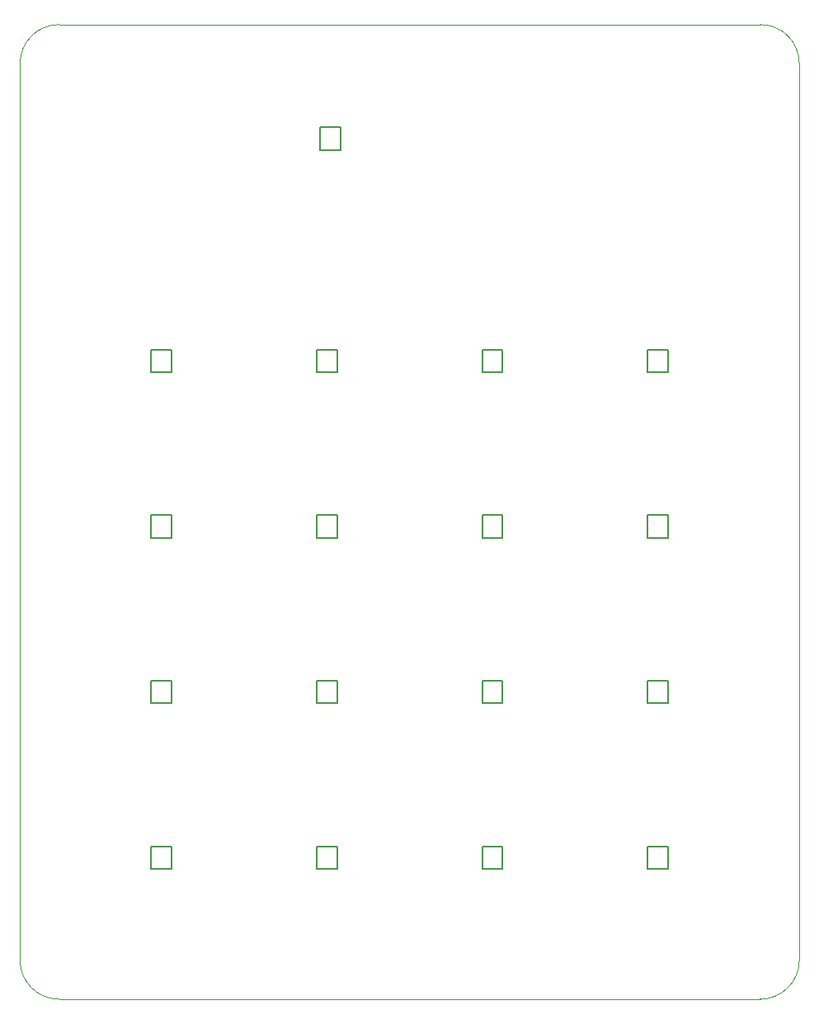
<source format=gbr>
G04 (created by PCBNEW (2013-mar-30)-stable) date Wed 12 Jun 2013 18:28:03 BST*
%MOIN*%
G04 Gerber Fmt 3.4, Leading zero omitted, Abs format*
%FSLAX34Y34*%
G01*
G70*
G90*
G04 APERTURE LIST*
%ADD10C,0*%
%ADD11C,0.00393701*%
%ADD12C,0.00590551*%
G04 APERTURE END LIST*
G54D10*
G54D11*
X34468Y-21811D02*
G75*
G03X32893Y-23385I0J-1574D01*
G74*
G01*
X64389Y-23385D02*
G75*
G03X62814Y-21811I-1574J0D01*
G74*
G01*
X32893Y-59606D02*
G75*
G03X34468Y-61181I1574J0D01*
G74*
G01*
X62795Y-61181D02*
G75*
G03X64389Y-59625I19J1574D01*
G74*
G01*
X34468Y-21811D02*
X62815Y-21811D01*
X62815Y-61181D02*
X34468Y-61181D01*
X32894Y-59607D02*
X32894Y-23386D01*
X64390Y-23386D02*
X64390Y-59607D01*
G54D12*
X39015Y-55019D02*
X38188Y-55019D01*
X38188Y-55019D02*
X38188Y-55925D01*
X38188Y-55925D02*
X39015Y-55925D01*
X39015Y-55925D02*
X39015Y-55019D01*
X59094Y-55019D02*
X58267Y-55019D01*
X58267Y-55019D02*
X58267Y-55925D01*
X58267Y-55925D02*
X59094Y-55925D01*
X59094Y-55925D02*
X59094Y-55019D01*
X39015Y-48326D02*
X38188Y-48326D01*
X38188Y-48326D02*
X38188Y-49232D01*
X38188Y-49232D02*
X39015Y-49232D01*
X39015Y-49232D02*
X39015Y-48326D01*
X59094Y-48326D02*
X58267Y-48326D01*
X58267Y-48326D02*
X58267Y-49232D01*
X58267Y-49232D02*
X59094Y-49232D01*
X59094Y-49232D02*
X59094Y-48326D01*
X39015Y-41633D02*
X38188Y-41633D01*
X38188Y-41633D02*
X38188Y-42539D01*
X38188Y-42539D02*
X39015Y-42539D01*
X39015Y-42539D02*
X39015Y-41633D01*
X59094Y-41633D02*
X58267Y-41633D01*
X58267Y-41633D02*
X58267Y-42539D01*
X58267Y-42539D02*
X59094Y-42539D01*
X59094Y-42539D02*
X59094Y-41633D01*
X39015Y-34940D02*
X38188Y-34940D01*
X38188Y-34940D02*
X38188Y-35846D01*
X38188Y-35846D02*
X39015Y-35846D01*
X39015Y-35846D02*
X39015Y-34940D01*
X59094Y-34940D02*
X58267Y-34940D01*
X58267Y-34940D02*
X58267Y-35846D01*
X58267Y-35846D02*
X59094Y-35846D01*
X59094Y-35846D02*
X59094Y-34940D01*
X45836Y-25964D02*
X45009Y-25964D01*
X45009Y-25964D02*
X45009Y-26870D01*
X45009Y-26870D02*
X45836Y-26870D01*
X45836Y-26870D02*
X45836Y-25964D01*
X52401Y-55019D02*
X51574Y-55019D01*
X51574Y-55019D02*
X51574Y-55925D01*
X51574Y-55925D02*
X52401Y-55925D01*
X52401Y-55925D02*
X52401Y-55019D01*
X52401Y-48326D02*
X51574Y-48326D01*
X51574Y-48326D02*
X51574Y-49232D01*
X51574Y-49232D02*
X52401Y-49232D01*
X52401Y-49232D02*
X52401Y-48326D01*
X52401Y-41633D02*
X51574Y-41633D01*
X51574Y-41633D02*
X51574Y-42539D01*
X51574Y-42539D02*
X52401Y-42539D01*
X52401Y-42539D02*
X52401Y-41633D01*
X52401Y-34940D02*
X51574Y-34940D01*
X51574Y-34940D02*
X51574Y-35846D01*
X51574Y-35846D02*
X52401Y-35846D01*
X52401Y-35846D02*
X52401Y-34940D01*
X45708Y-34940D02*
X44881Y-34940D01*
X44881Y-34940D02*
X44881Y-35846D01*
X44881Y-35846D02*
X45708Y-35846D01*
X45708Y-35846D02*
X45708Y-34940D01*
X45708Y-41633D02*
X44881Y-41633D01*
X44881Y-41633D02*
X44881Y-42539D01*
X44881Y-42539D02*
X45708Y-42539D01*
X45708Y-42539D02*
X45708Y-41633D01*
X45708Y-48326D02*
X44881Y-48326D01*
X44881Y-48326D02*
X44881Y-49232D01*
X44881Y-49232D02*
X45708Y-49232D01*
X45708Y-49232D02*
X45708Y-48326D01*
X45708Y-55019D02*
X44881Y-55019D01*
X44881Y-55019D02*
X44881Y-55925D01*
X44881Y-55925D02*
X45708Y-55925D01*
X45708Y-55925D02*
X45708Y-55019D01*
M02*

</source>
